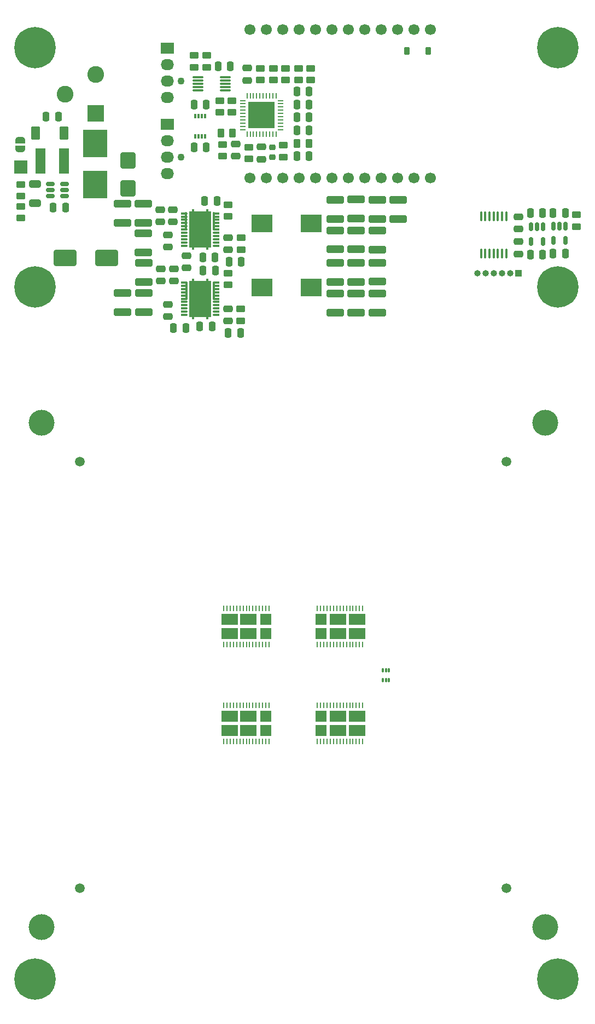
<source format=gts>
G04 #@! TF.GenerationSoftware,KiCad,Pcbnew,8.0.1-8.0.1-1~ubuntu22.04.1*
G04 #@! TF.CreationDate,2025-01-07T16:49:49+01:00*
G04 #@! TF.ProjectId,nerdqaxe+,6e657264-7161-4786-952b-2e6b69636164,rev?*
G04 #@! TF.SameCoordinates,Original*
G04 #@! TF.FileFunction,Soldermask,Top*
G04 #@! TF.FilePolarity,Negative*
%FSLAX46Y46*%
G04 Gerber Fmt 4.6, Leading zero omitted, Abs format (unit mm)*
G04 Created by KiCad (PCBNEW 8.0.1-8.0.1-1~ubuntu22.04.1) date 2025-01-07 16:49:49*
%MOMM*%
%LPD*%
G01*
G04 APERTURE LIST*
G04 Aperture macros list*
%AMRoundRect*
0 Rectangle with rounded corners*
0 $1 Rounding radius*
0 $2 $3 $4 $5 $6 $7 $8 $9 X,Y pos of 4 corners*
0 Add a 4 corners polygon primitive as box body*
4,1,4,$2,$3,$4,$5,$6,$7,$8,$9,$2,$3,0*
0 Add four circle primitives for the rounded corners*
1,1,$1+$1,$2,$3*
1,1,$1+$1,$4,$5*
1,1,$1+$1,$6,$7*
1,1,$1+$1,$8,$9*
0 Add four rect primitives between the rounded corners*
20,1,$1+$1,$2,$3,$4,$5,0*
20,1,$1+$1,$4,$5,$6,$7,0*
20,1,$1+$1,$6,$7,$8,$9,0*
20,1,$1+$1,$8,$9,$2,$3,0*%
%AMFreePoly0*
4,1,19,0.500000,-0.750000,0.000000,-0.750000,0.000000,-0.744911,-0.071157,-0.744911,-0.207708,-0.704816,-0.327430,-0.627875,-0.420627,-0.520320,-0.479746,-0.390866,-0.500000,-0.250000,-0.500000,0.250000,-0.479746,0.390866,-0.420627,0.520320,-0.327430,0.627875,-0.207708,0.704816,-0.071157,0.744911,0.000000,0.744911,0.000000,0.750000,0.500000,0.750000,0.500000,-0.750000,0.500000,-0.750000,
$1*%
%AMFreePoly1*
4,1,19,0.000000,0.744911,0.071157,0.744911,0.207708,0.704816,0.327430,0.627875,0.420627,0.520320,0.479746,0.390866,0.500000,0.250000,0.500000,-0.250000,0.479746,-0.390866,0.420627,-0.520320,0.327430,-0.627875,0.207708,-0.704816,0.071157,-0.744911,0.000000,-0.744911,0.000000,-0.750000,-0.500000,-0.750000,-0.500000,0.750000,0.000000,0.750000,0.000000,0.744911,0.000000,0.744911,
$1*%
G04 Aperture macros list end*
%ADD10RoundRect,0.250000X1.100000X-0.325000X1.100000X0.325000X-1.100000X0.325000X-1.100000X-0.325000X0*%
%ADD11C,1.500000*%
%ADD12RoundRect,0.250000X-0.450000X0.262500X-0.450000X-0.262500X0.450000X-0.262500X0.450000X0.262500X0*%
%ADD13RoundRect,0.250000X-0.250000X-0.475000X0.250000X-0.475000X0.250000X0.475000X-0.250000X0.475000X0*%
%ADD14RoundRect,0.250000X0.250000X0.475000X-0.250000X0.475000X-0.250000X-0.475000X0.250000X-0.475000X0*%
%ADD15RoundRect,0.250000X-0.650000X0.325000X-0.650000X-0.325000X0.650000X-0.325000X0.650000X0.325000X0*%
%ADD16RoundRect,0.125000X0.000010X-0.325000X0.000010X0.325000X-0.000010X0.325000X-0.000010X-0.325000X0*%
%ADD17R,0.250000X0.450000*%
%ADD18RoundRect,0.125000X-0.000010X0.325000X-0.000010X-0.325000X0.000010X-0.325000X0.000010X0.325000X0*%
%ADD19R,1.750000X1.750000*%
%ADD20R,2.500000X1.750000*%
%ADD21RoundRect,0.250000X-1.100000X0.325000X-1.100000X-0.325000X1.100000X-0.325000X1.100000X0.325000X0*%
%ADD22R,3.300000X2.800000*%
%ADD23C,0.800000*%
%ADD24C,6.400000*%
%ADD25RoundRect,0.050000X-0.100000X0.285000X-0.100000X-0.285000X0.100000X-0.285000X0.100000X0.285000X0*%
%ADD26RoundRect,0.250000X0.450000X-0.262500X0.450000X0.262500X-0.450000X0.262500X-0.450000X-0.262500X0*%
%ADD27RoundRect,0.062500X0.062500X-0.375000X0.062500X0.375000X-0.062500X0.375000X-0.062500X-0.375000X0*%
%ADD28RoundRect,0.062500X0.375000X-0.062500X0.375000X0.062500X-0.375000X0.062500X-0.375000X-0.062500X0*%
%ADD29R,4.150000X4.150000*%
%ADD30RoundRect,0.250000X0.475000X-0.250000X0.475000X0.250000X-0.475000X0.250000X-0.475000X-0.250000X0*%
%ADD31RoundRect,0.127000X0.373000X0.023000X-0.373000X0.023000X-0.373000X-0.023000X0.373000X-0.023000X0*%
%ADD32R,0.500000X0.300000*%
%ADD33RoundRect,0.127000X0.078000X1.273000X-0.078000X1.273000X-0.078000X-1.273000X0.078000X-1.273000X0*%
%ADD34RoundRect,0.127000X-0.373000X-0.023000X0.373000X-0.023000X0.373000X0.023000X-0.373000X0.023000X0*%
%ADD35R,0.410000X6.300000*%
%ADD36R,3.400000X5.639000*%
%ADD37C,4.000000*%
%ADD38C,1.700000*%
%ADD39RoundRect,0.250000X-0.900000X1.000000X-0.900000X-1.000000X0.900000X-1.000000X0.900000X1.000000X0*%
%ADD40RoundRect,0.100000X-0.100000X0.637500X-0.100000X-0.637500X0.100000X-0.637500X0.100000X0.637500X0*%
%ADD41RoundRect,0.250000X-0.475000X0.250000X-0.475000X-0.250000X0.475000X-0.250000X0.475000X0.250000X0*%
%ADD42RoundRect,0.150000X-0.150000X0.512500X-0.150000X-0.512500X0.150000X-0.512500X0.150000X0.512500X0*%
%ADD43R,1.000000X1.000000*%
%ADD44O,1.000000X1.000000*%
%ADD45C,1.100000*%
%ADD46R,2.030000X1.730000*%
%ADD47O,2.030000X1.730000*%
%ADD48RoundRect,0.250000X-0.262500X-0.450000X0.262500X-0.450000X0.262500X0.450000X-0.262500X0.450000X0*%
%ADD49RoundRect,0.250000X0.262500X0.450000X-0.262500X0.450000X-0.262500X-0.450000X0.262500X-0.450000X0*%
%ADD50RoundRect,0.250000X0.450000X0.800000X-0.450000X0.800000X-0.450000X-0.800000X0.450000X-0.800000X0*%
%ADD51RoundRect,0.250000X1.500000X1.000000X-1.500000X1.000000X-1.500000X-1.000000X1.500000X-1.000000X0*%
%ADD52RoundRect,0.150000X-0.512500X-0.150000X0.512500X-0.150000X0.512500X0.150000X-0.512500X0.150000X0*%
%ADD53R,1.500000X4.000000*%
%ADD54RoundRect,0.225000X-0.250000X0.225000X-0.250000X-0.225000X0.250000X-0.225000X0.250000X0.225000X0*%
%ADD55FreePoly0,90.000000*%
%ADD56FreePoly1,90.000000*%
%ADD57R,0.300000X0.800000*%
%ADD58R,2.000000X2.000000*%
%ADD59R,2.600000X2.600000*%
%ADD60C,2.600000*%
%ADD61RoundRect,0.087500X0.725000X0.087500X-0.725000X0.087500X-0.725000X-0.087500X0.725000X-0.087500X0*%
%ADD62RoundRect,0.225000X0.225000X0.375000X-0.225000X0.375000X-0.225000X-0.375000X0.225000X-0.375000X0*%
%ADD63R,3.810000X4.245000*%
G04 APERTURE END LIST*
D10*
X111200000Y-54500000D03*
X111200000Y-51550000D03*
D11*
X62000000Y-92000000D03*
D12*
X81600000Y-29237500D03*
X81600000Y-31062500D03*
D13*
X95550000Y-38800000D03*
X97450000Y-38800000D03*
D14*
X133626315Y-59976089D03*
X131726315Y-59976089D03*
D15*
X55000000Y-49125000D03*
X55000000Y-52075000D03*
D16*
X91250000Y-114700000D03*
D17*
X91250000Y-114475000D03*
D16*
X90750000Y-114700000D03*
D17*
X90750000Y-114475000D03*
D16*
X90250000Y-114700000D03*
D17*
X90250000Y-114475000D03*
D16*
X89750000Y-114700000D03*
D17*
X89750000Y-114475000D03*
D16*
X89250000Y-114700000D03*
D17*
X89250000Y-114475000D03*
D16*
X88750000Y-114700000D03*
D17*
X88750000Y-114475000D03*
D16*
X88250000Y-114700000D03*
D17*
X88250000Y-114475000D03*
D16*
X87750000Y-114700000D03*
D17*
X87750000Y-114475000D03*
D16*
X87250000Y-114700000D03*
D17*
X87250000Y-114475000D03*
D16*
X86750000Y-114700000D03*
D17*
X86750000Y-114475000D03*
D16*
X86250000Y-114700000D03*
D17*
X86250000Y-114475000D03*
D16*
X85750000Y-114700000D03*
D17*
X85750000Y-114475000D03*
D16*
X85250000Y-114700000D03*
D17*
X85250000Y-114475000D03*
D16*
X84750000Y-114700000D03*
D17*
X84750000Y-114475000D03*
D16*
X84250000Y-114700000D03*
D17*
X84250000Y-114475000D03*
X84250000Y-120527000D03*
D18*
X84250000Y-120302000D03*
D17*
X84750000Y-120527000D03*
D18*
X84750000Y-120302000D03*
D17*
X85250000Y-120527000D03*
D18*
X85250000Y-120302000D03*
D17*
X85750000Y-120527000D03*
D18*
X85750000Y-120302000D03*
D17*
X86250000Y-120527000D03*
D18*
X86250000Y-120302000D03*
D17*
X86750000Y-120527000D03*
D18*
X86750000Y-120302000D03*
D17*
X87250000Y-120527000D03*
D18*
X87250000Y-120302000D03*
D17*
X87750000Y-120527000D03*
D18*
X87750000Y-120302000D03*
D17*
X88250000Y-120527000D03*
D18*
X88250000Y-120302000D03*
D17*
X88750000Y-120527000D03*
D18*
X88750000Y-120302000D03*
D17*
X89250000Y-120527000D03*
D18*
X89250000Y-120302000D03*
D17*
X89750000Y-120527000D03*
D18*
X89750000Y-120302000D03*
D17*
X90250000Y-120527000D03*
D18*
X90250000Y-120302000D03*
D17*
X90750000Y-120527000D03*
D18*
X90750000Y-120302000D03*
D17*
X91250000Y-120527000D03*
D18*
X91250000Y-120302000D03*
D19*
X90725000Y-118575000D03*
X90725000Y-116425000D03*
D20*
X85150000Y-118575000D03*
X88050000Y-118575000D03*
X85150000Y-116425000D03*
X88050000Y-116425000D03*
D21*
X101500000Y-66025000D03*
X101500000Y-68975000D03*
D12*
X79700000Y-29237500D03*
X79700000Y-31062500D03*
X91900000Y-31197500D03*
X91900000Y-33022500D03*
D22*
X90180000Y-55200000D03*
X97790000Y-55200000D03*
D12*
X52862500Y-49156250D03*
X52862500Y-50981250D03*
X52862500Y-52556250D03*
X52862500Y-54381250D03*
D23*
X52600000Y-28000000D03*
X53302944Y-26302944D03*
X53302944Y-29697056D03*
X55000000Y-25600000D03*
D24*
X55000000Y-28000000D03*
D23*
X55000000Y-30400000D03*
X56697056Y-26302944D03*
X56697056Y-29697056D03*
X57400000Y-28000000D03*
D10*
X104750000Y-54450000D03*
X104750000Y-51500000D03*
D21*
X71900000Y-65975000D03*
X71900000Y-68925000D03*
D25*
X109840000Y-124280000D03*
X109340000Y-124280000D03*
X108840000Y-124280000D03*
X108840000Y-125760000D03*
X109340000Y-125760000D03*
X109840000Y-125760000D03*
D26*
X89900000Y-33012500D03*
X89900000Y-31187500D03*
D14*
X137126315Y-53556089D03*
X135226315Y-53556089D03*
D26*
X93493750Y-44912500D03*
X93493750Y-43087500D03*
D13*
X76450000Y-71400000D03*
X78350000Y-71400000D03*
D10*
X71900000Y-64275000D03*
X71900000Y-61325000D03*
D14*
X86850000Y-72100000D03*
X84950000Y-72100000D03*
D27*
X87843750Y-41375000D03*
X88343750Y-41375000D03*
X88843750Y-41375000D03*
X89343750Y-41375000D03*
X89843750Y-41375000D03*
X90343750Y-41375000D03*
X90843750Y-41375000D03*
X91343750Y-41375000D03*
X91843750Y-41375000D03*
X92343750Y-41375000D03*
D28*
X93031250Y-40687500D03*
X93031250Y-40187500D03*
X93031250Y-39687500D03*
X93031250Y-39187500D03*
X93031250Y-38687500D03*
X93031250Y-38187500D03*
X93031250Y-37687500D03*
X93031250Y-37187500D03*
X93031250Y-36687500D03*
X93031250Y-36187500D03*
D27*
X92343750Y-35500000D03*
X91843750Y-35500000D03*
X91343750Y-35500000D03*
X90843750Y-35500000D03*
X90343750Y-35500000D03*
X89843750Y-35500000D03*
X89343750Y-35500000D03*
X88843750Y-35500000D03*
X88343750Y-35500000D03*
X87843750Y-35500000D03*
D28*
X87156250Y-36187500D03*
X87156250Y-36687500D03*
X87156250Y-37187500D03*
X87156250Y-37687500D03*
X87156250Y-38187500D03*
X87156250Y-38687500D03*
X87156250Y-39187500D03*
X87156250Y-39687500D03*
X87156250Y-40187500D03*
X87156250Y-40687500D03*
D29*
X90093750Y-38437500D03*
D12*
X84900000Y-62887500D03*
X84900000Y-64712500D03*
D13*
X79637500Y-36800000D03*
X81537500Y-36800000D03*
D30*
X74400000Y-54950000D03*
X74400000Y-53050000D03*
D31*
X83050000Y-69337500D03*
D32*
X83300000Y-69337500D03*
D31*
X83050000Y-68837500D03*
D32*
X83300000Y-68837500D03*
D31*
X83050000Y-68337500D03*
D32*
X83300000Y-68337500D03*
D31*
X83050000Y-67837500D03*
D32*
X83300000Y-67837500D03*
D31*
X83050000Y-67337500D03*
D32*
X83300000Y-67337500D03*
D33*
X82750000Y-65587500D03*
D31*
X83050000Y-64337500D03*
X83050000Y-64837500D03*
X83050000Y-65337500D03*
X83050000Y-65837500D03*
X83050000Y-66337500D03*
X83050000Y-66837500D03*
D32*
X83300000Y-64337500D03*
X83300000Y-64837500D03*
X83300000Y-65337500D03*
X83300000Y-65837500D03*
X83300000Y-66337500D03*
X83300000Y-66837500D03*
X77900000Y-64337500D03*
X77900000Y-64837500D03*
X77900000Y-65337500D03*
X77900000Y-65837500D03*
X77900000Y-66337500D03*
X77900000Y-66837500D03*
D34*
X78150000Y-64337500D03*
X78150000Y-64837500D03*
X78150000Y-65337500D03*
X78150000Y-65837500D03*
X78150000Y-66337500D03*
X78150000Y-66837500D03*
D33*
X78450000Y-65587500D03*
D32*
X77900000Y-67337500D03*
D34*
X78150000Y-67337500D03*
D32*
X77900000Y-67837500D03*
D34*
X78150000Y-67837500D03*
D32*
X77900000Y-68337500D03*
D34*
X78150000Y-68337500D03*
D32*
X77900000Y-68837500D03*
D34*
X78150000Y-68837500D03*
D32*
X77900000Y-69337500D03*
D34*
X78150000Y-69337500D03*
D35*
X79475000Y-66837500D03*
D36*
X80600000Y-66837500D03*
D35*
X81725000Y-66837500D03*
D30*
X87900000Y-33050000D03*
X87900000Y-31150000D03*
D37*
X134000000Y-164000000D03*
D30*
X76500000Y-64100000D03*
X76500000Y-62200000D03*
D13*
X83350000Y-30850000D03*
X85250000Y-30850000D03*
D26*
X88093750Y-45212500D03*
X88093750Y-43387500D03*
D38*
X88310000Y-25250000D03*
X90850000Y-25250000D03*
X93390000Y-25250000D03*
X95930000Y-25250000D03*
X98470000Y-25250000D03*
X101010000Y-25250000D03*
X103550000Y-25250000D03*
X106090000Y-25250000D03*
X108630000Y-25250000D03*
X111170000Y-25250000D03*
X113710000Y-25250000D03*
X116250000Y-25250000D03*
X116250000Y-48170000D03*
X113710000Y-48170000D03*
X111170000Y-48170000D03*
X108630000Y-48170000D03*
X106090000Y-48170000D03*
X103550000Y-48170000D03*
X101010000Y-48170000D03*
X98470000Y-48170000D03*
X95930000Y-48170000D03*
X93390000Y-48170000D03*
X90850000Y-48170000D03*
X88310000Y-48170000D03*
D12*
X97700000Y-31187500D03*
X97700000Y-33012500D03*
D39*
X69400000Y-45450000D03*
X69400000Y-49750000D03*
D40*
X127980000Y-54077500D03*
X127330000Y-54077500D03*
X126680000Y-54077500D03*
X126030000Y-54077500D03*
X125380000Y-54077500D03*
X124730000Y-54077500D03*
X124080000Y-54077500D03*
X124080000Y-59802500D03*
X124730000Y-59802500D03*
X125380000Y-59802500D03*
X126030000Y-59802500D03*
X126680000Y-59802500D03*
X127330000Y-59802500D03*
X127980000Y-59802500D03*
D14*
X81537500Y-43400000D03*
X79637500Y-43400000D03*
D41*
X129860000Y-54130000D03*
X129860000Y-56030000D03*
D30*
X75600000Y-58850000D03*
X75600000Y-56950000D03*
D10*
X108000000Y-54500000D03*
X108000000Y-51550000D03*
D26*
X138880000Y-55670000D03*
X138880000Y-53845000D03*
D13*
X95550000Y-44800000D03*
X97450000Y-44800000D03*
D14*
X82900000Y-60437500D03*
X81000000Y-60437500D03*
D12*
X95800000Y-31187500D03*
X95800000Y-33012500D03*
D26*
X83600000Y-38012500D03*
X83600000Y-36187500D03*
D21*
X108000000Y-66000000D03*
X108000000Y-68950000D03*
D41*
X90080000Y-43350000D03*
X90080000Y-45250000D03*
X78500000Y-60150000D03*
X78500000Y-62050000D03*
D42*
X137176315Y-55576089D03*
X136226315Y-55576089D03*
X135276315Y-55576089D03*
X135276315Y-57851089D03*
X137176315Y-57851089D03*
D43*
X129875000Y-62900000D03*
D44*
X128605000Y-62900000D03*
X127335000Y-62900000D03*
X126065000Y-62900000D03*
X124795000Y-62900000D03*
X123525000Y-62900000D03*
D41*
X84950000Y-57350000D03*
X84950000Y-59250000D03*
D45*
X77660000Y-44980000D03*
D46*
X75500000Y-39900000D03*
D47*
X75500000Y-42440000D03*
X75500000Y-44980000D03*
X75500000Y-47520000D03*
D37*
X56000000Y-164000000D03*
D12*
X93800000Y-31207500D03*
X93800000Y-33032500D03*
D37*
X56000000Y-86000000D03*
D48*
X83787500Y-41200000D03*
X85612500Y-41200000D03*
D10*
X108000000Y-64200000D03*
X108000000Y-61250000D03*
D41*
X84900000Y-68387500D03*
X84900000Y-70287500D03*
D10*
X104750000Y-64225000D03*
X104750000Y-61275000D03*
X101500000Y-54475000D03*
X101500000Y-51525000D03*
D21*
X71800000Y-56725000D03*
X71800000Y-59675000D03*
D13*
X95550000Y-40800000D03*
X97450000Y-40800000D03*
X56750000Y-38700000D03*
X58650000Y-38700000D03*
D11*
X62000000Y-158000000D03*
D10*
X68550000Y-55075000D03*
X68550000Y-52125000D03*
D23*
X133600000Y-28000000D03*
X134302944Y-26302944D03*
X134302944Y-29697056D03*
X136000000Y-25600000D03*
D24*
X136000000Y-28000000D03*
D23*
X136000000Y-30400000D03*
X137697056Y-26302944D03*
X137697056Y-29697056D03*
X138400000Y-28000000D03*
D49*
X97412500Y-42800000D03*
X95587500Y-42800000D03*
D12*
X85500000Y-36187500D03*
X85500000Y-38012500D03*
D50*
X59500000Y-41200000D03*
X55100000Y-41200000D03*
D37*
X134000000Y-86000000D03*
D11*
X128000000Y-158000000D03*
D16*
X91250000Y-129700000D03*
D17*
X91250000Y-129475000D03*
D16*
X90750000Y-129700000D03*
D17*
X90750000Y-129475000D03*
D16*
X90250000Y-129700000D03*
D17*
X90250000Y-129475000D03*
D16*
X89750000Y-129700000D03*
D17*
X89750000Y-129475000D03*
D16*
X89250000Y-129700000D03*
D17*
X89250000Y-129475000D03*
D16*
X88750000Y-129700000D03*
D17*
X88750000Y-129475000D03*
D16*
X88250000Y-129700000D03*
D17*
X88250000Y-129475000D03*
D16*
X87750000Y-129700000D03*
D17*
X87750000Y-129475000D03*
D16*
X87250000Y-129700000D03*
D17*
X87250000Y-129475000D03*
D16*
X86750000Y-129700000D03*
D17*
X86750000Y-129475000D03*
D16*
X86250000Y-129700000D03*
D17*
X86250000Y-129475000D03*
D16*
X85750000Y-129700000D03*
D17*
X85750000Y-129475000D03*
D16*
X85250000Y-129700000D03*
D17*
X85250000Y-129475000D03*
D16*
X84750000Y-129700000D03*
D17*
X84750000Y-129475000D03*
D16*
X84250000Y-129700000D03*
D17*
X84250000Y-129475000D03*
X84250000Y-135527000D03*
D18*
X84250000Y-135302000D03*
D17*
X84750000Y-135527000D03*
D18*
X84750000Y-135302000D03*
D17*
X85250000Y-135527000D03*
D18*
X85250000Y-135302000D03*
D17*
X85750000Y-135527000D03*
D18*
X85750000Y-135302000D03*
D17*
X86250000Y-135527000D03*
D18*
X86250000Y-135302000D03*
D17*
X86750000Y-135527000D03*
D18*
X86750000Y-135302000D03*
D17*
X87250000Y-135527000D03*
D18*
X87250000Y-135302000D03*
D17*
X87750000Y-135527000D03*
D18*
X87750000Y-135302000D03*
D17*
X88250000Y-135527000D03*
D18*
X88250000Y-135302000D03*
D17*
X88750000Y-135527000D03*
D18*
X88750000Y-135302000D03*
D17*
X89250000Y-135527000D03*
D18*
X89250000Y-135302000D03*
D17*
X89750000Y-135527000D03*
D18*
X89750000Y-135302000D03*
D17*
X90250000Y-135527000D03*
D18*
X90250000Y-135302000D03*
D17*
X90750000Y-135527000D03*
D18*
X90750000Y-135302000D03*
D17*
X91250000Y-135527000D03*
D18*
X91250000Y-135302000D03*
D19*
X90725000Y-133575000D03*
X90725000Y-131425000D03*
D20*
X85150000Y-133575000D03*
X88050000Y-133575000D03*
X85150000Y-131425000D03*
X88050000Y-131425000D03*
D30*
X129840000Y-59920000D03*
X129840000Y-58020000D03*
D23*
X133600000Y-172000000D03*
X134302944Y-170302944D03*
X134302944Y-173697056D03*
X136000000Y-169600000D03*
D24*
X136000000Y-172000000D03*
D23*
X136000000Y-174400000D03*
X137697056Y-170302944D03*
X137697056Y-173697056D03*
X138400000Y-172000000D03*
D21*
X101500000Y-56250000D03*
X101500000Y-59200000D03*
D51*
X66150000Y-60550000D03*
X59650000Y-60550000D03*
D52*
X57362500Y-49050000D03*
X57362500Y-50000000D03*
X57362500Y-50950000D03*
X59637500Y-50950000D03*
X59637500Y-50000000D03*
X59637500Y-49050000D03*
D18*
X98750000Y-120300000D03*
D17*
X98750000Y-120525000D03*
D18*
X99250000Y-120300000D03*
D17*
X99250000Y-120525000D03*
D18*
X99750000Y-120300000D03*
D17*
X99750000Y-120525000D03*
D18*
X100250000Y-120300000D03*
D17*
X100250000Y-120525000D03*
D18*
X100750000Y-120300000D03*
D17*
X100750000Y-120525000D03*
D18*
X101250000Y-120300000D03*
D17*
X101250000Y-120525000D03*
D18*
X101750000Y-120300000D03*
D17*
X101750000Y-120525000D03*
D18*
X102250000Y-120300000D03*
D17*
X102250000Y-120525000D03*
D18*
X102750000Y-120300000D03*
D17*
X102750000Y-120525000D03*
D18*
X103250000Y-120300000D03*
D17*
X103250000Y-120525000D03*
D18*
X103750000Y-120300000D03*
D17*
X103750000Y-120525000D03*
D18*
X104250000Y-120300000D03*
D17*
X104250000Y-120525000D03*
D18*
X104750000Y-120300000D03*
D17*
X104750000Y-120525000D03*
D18*
X105250000Y-120300000D03*
D17*
X105250000Y-120525000D03*
D18*
X105750000Y-120300000D03*
D17*
X105750000Y-120525000D03*
X105750000Y-114473000D03*
D16*
X105750000Y-114698000D03*
D17*
X105250000Y-114473000D03*
D16*
X105250000Y-114698000D03*
D17*
X104750000Y-114473000D03*
D16*
X104750000Y-114698000D03*
D17*
X104250000Y-114473000D03*
D16*
X104250000Y-114698000D03*
D17*
X103750000Y-114473000D03*
D16*
X103750000Y-114698000D03*
D17*
X103250000Y-114473000D03*
D16*
X103250000Y-114698000D03*
D17*
X102750000Y-114473000D03*
D16*
X102750000Y-114698000D03*
D17*
X102250000Y-114473000D03*
D16*
X102250000Y-114698000D03*
D17*
X101750000Y-114473000D03*
D16*
X101750000Y-114698000D03*
D17*
X101250000Y-114473000D03*
D16*
X101250000Y-114698000D03*
D17*
X100750000Y-114473000D03*
D16*
X100750000Y-114698000D03*
D17*
X100250000Y-114473000D03*
D16*
X100250000Y-114698000D03*
D17*
X99750000Y-114473000D03*
D16*
X99750000Y-114698000D03*
D17*
X99250000Y-114473000D03*
D16*
X99250000Y-114698000D03*
D17*
X98750000Y-114473000D03*
D16*
X98750000Y-114698000D03*
D19*
X99275000Y-116425000D03*
X99275000Y-118575000D03*
D20*
X104850000Y-116425000D03*
X101950000Y-116425000D03*
X104850000Y-118575000D03*
X101950000Y-118575000D03*
D14*
X137126315Y-59856089D03*
X135226315Y-59856089D03*
D53*
X59500000Y-45500000D03*
X55900000Y-45500000D03*
D12*
X84950000Y-52287500D03*
X84950000Y-54112500D03*
D42*
X133676315Y-55696089D03*
X132726315Y-55696089D03*
X131776315Y-55696089D03*
X131776315Y-57971089D03*
X133676315Y-57971089D03*
D23*
X52600000Y-65000000D03*
X53302944Y-63302944D03*
X53302944Y-66697056D03*
X55000000Y-62600000D03*
D24*
X55000000Y-65000000D03*
D23*
X55000000Y-67400000D03*
X56697056Y-63302944D03*
X56697056Y-66697056D03*
X57400000Y-65000000D03*
D14*
X82425000Y-71137500D03*
X80525000Y-71137500D03*
X133626315Y-53576089D03*
X131726315Y-53576089D03*
D26*
X84100000Y-44812500D03*
X84100000Y-42987500D03*
D18*
X98750000Y-135300000D03*
D17*
X98750000Y-135525000D03*
D18*
X99250000Y-135300000D03*
D17*
X99250000Y-135525000D03*
D18*
X99750000Y-135300000D03*
D17*
X99750000Y-135525000D03*
D18*
X100250000Y-135300000D03*
D17*
X100250000Y-135525000D03*
D18*
X100750000Y-135300000D03*
D17*
X100750000Y-135525000D03*
D18*
X101250000Y-135300000D03*
D17*
X101250000Y-135525000D03*
D18*
X101750000Y-135300000D03*
D17*
X101750000Y-135525000D03*
D18*
X102250000Y-135300000D03*
D17*
X102250000Y-135525000D03*
D18*
X102750000Y-135300000D03*
D17*
X102750000Y-135525000D03*
D18*
X103250000Y-135300000D03*
D17*
X103250000Y-135525000D03*
D18*
X103750000Y-135300000D03*
D17*
X103750000Y-135525000D03*
D18*
X104250000Y-135300000D03*
D17*
X104250000Y-135525000D03*
D18*
X104750000Y-135300000D03*
D17*
X104750000Y-135525000D03*
D18*
X105250000Y-135300000D03*
D17*
X105250000Y-135525000D03*
D18*
X105750000Y-135300000D03*
D17*
X105750000Y-135525000D03*
X105750000Y-129473000D03*
D16*
X105750000Y-129698000D03*
D17*
X105250000Y-129473000D03*
D16*
X105250000Y-129698000D03*
D17*
X104750000Y-129473000D03*
D16*
X104750000Y-129698000D03*
D17*
X104250000Y-129473000D03*
D16*
X104250000Y-129698000D03*
D17*
X103750000Y-129473000D03*
D16*
X103750000Y-129698000D03*
D17*
X103250000Y-129473000D03*
D16*
X103250000Y-129698000D03*
D17*
X102750000Y-129473000D03*
D16*
X102750000Y-129698000D03*
D17*
X102250000Y-129473000D03*
D16*
X102250000Y-129698000D03*
D17*
X101750000Y-129473000D03*
D16*
X101750000Y-129698000D03*
D17*
X101250000Y-129473000D03*
D16*
X101250000Y-129698000D03*
D17*
X100750000Y-129473000D03*
D16*
X100750000Y-129698000D03*
D17*
X100250000Y-129473000D03*
D16*
X100250000Y-129698000D03*
D17*
X99750000Y-129473000D03*
D16*
X99750000Y-129698000D03*
D17*
X99250000Y-129473000D03*
D16*
X99250000Y-129698000D03*
D17*
X98750000Y-129473000D03*
D16*
X98750000Y-129698000D03*
D19*
X99275000Y-131425000D03*
X99275000Y-133575000D03*
D20*
X104850000Y-131425000D03*
X101950000Y-131425000D03*
X104850000Y-133575000D03*
X101950000Y-133575000D03*
D26*
X86900000Y-70250000D03*
X86900000Y-68425000D03*
D14*
X97450000Y-34800000D03*
X95550000Y-34800000D03*
D45*
X77660000Y-33180000D03*
D46*
X75500000Y-28100000D03*
D47*
X75500000Y-30640000D03*
X75500000Y-33180000D03*
X75500000Y-35720000D03*
D14*
X83200000Y-51737500D03*
X81300000Y-51737500D03*
D23*
X133600000Y-65000000D03*
X134302944Y-63302944D03*
X134302944Y-66697056D03*
X136000000Y-62600000D03*
D24*
X136000000Y-65000000D03*
D23*
X136000000Y-67400000D03*
X137697056Y-63302944D03*
X137697056Y-66697056D03*
X138400000Y-65000000D03*
D41*
X86100000Y-42900000D03*
X86100000Y-44800000D03*
D54*
X91793750Y-43425000D03*
X91793750Y-44975000D03*
D55*
X52700000Y-43650000D03*
D56*
X52700000Y-42350000D03*
D26*
X86950000Y-59212500D03*
X86950000Y-57387500D03*
D14*
X97450000Y-36800000D03*
X95550000Y-36800000D03*
D57*
X79837500Y-41700000D03*
X80337500Y-41700000D03*
X80837500Y-41700000D03*
X81337500Y-41700000D03*
X81337500Y-38600000D03*
X80837500Y-38600000D03*
X80337500Y-38600000D03*
X79837500Y-38600000D03*
D58*
X52850000Y-46500000D03*
D59*
X64400000Y-38200000D03*
D60*
X64400000Y-32200000D03*
X59700000Y-35200000D03*
D61*
X84500000Y-34600000D03*
X84500000Y-34100000D03*
X84500000Y-33600000D03*
X84500000Y-33100000D03*
X84500000Y-32600000D03*
X80275000Y-32600000D03*
X80275000Y-33100000D03*
X80275000Y-33600000D03*
X80275000Y-34100000D03*
X80275000Y-34600000D03*
D10*
X101500000Y-64225000D03*
X101500000Y-61275000D03*
D62*
X115900000Y-28530000D03*
X112600000Y-28530000D03*
D63*
X64300000Y-49187500D03*
X64300000Y-42812500D03*
D31*
X83025000Y-58637500D03*
D32*
X83275000Y-58637500D03*
D31*
X83025000Y-58137500D03*
D32*
X83275000Y-58137500D03*
D31*
X83025000Y-57637500D03*
D32*
X83275000Y-57637500D03*
D31*
X83025000Y-57137500D03*
D32*
X83275000Y-57137500D03*
D31*
X83025000Y-56637500D03*
D32*
X83275000Y-56637500D03*
D33*
X82725000Y-54887500D03*
D31*
X83025000Y-53637500D03*
X83025000Y-54137500D03*
X83025000Y-54637500D03*
X83025000Y-55137500D03*
X83025000Y-55637500D03*
X83025000Y-56137500D03*
D32*
X83275000Y-53637500D03*
X83275000Y-54137500D03*
X83275000Y-54637500D03*
X83275000Y-55137500D03*
X83275000Y-55637500D03*
X83275000Y-56137500D03*
X77875000Y-53637500D03*
X77875000Y-54137500D03*
X77875000Y-54637500D03*
X77875000Y-55137500D03*
X77875000Y-55637500D03*
X77875000Y-56137500D03*
D34*
X78125000Y-53637500D03*
X78125000Y-54137500D03*
X78125000Y-54637500D03*
X78125000Y-55137500D03*
X78125000Y-55637500D03*
X78125000Y-56137500D03*
D33*
X78425000Y-54887500D03*
D32*
X77875000Y-56637500D03*
D34*
X78125000Y-56637500D03*
D32*
X77875000Y-57137500D03*
D34*
X78125000Y-57137500D03*
D32*
X77875000Y-57637500D03*
D34*
X78125000Y-57637500D03*
D32*
X77875000Y-58137500D03*
D34*
X78125000Y-58137500D03*
D32*
X77875000Y-58637500D03*
D34*
X78125000Y-58637500D03*
D35*
X79450000Y-56137500D03*
D36*
X80575000Y-56137500D03*
D35*
X81700000Y-56137500D03*
D22*
X90180000Y-65100000D03*
X97790000Y-65100000D03*
D30*
X76400000Y-54950000D03*
X76400000Y-53050000D03*
D14*
X82925000Y-62437500D03*
X81025000Y-62437500D03*
X86950000Y-61100000D03*
X85050000Y-61100000D03*
D11*
X128000000Y-92000000D03*
D21*
X68600000Y-65925000D03*
X68600000Y-68875000D03*
X104750000Y-66025000D03*
X104750000Y-68975000D03*
D10*
X71800000Y-55075000D03*
X71800000Y-52125000D03*
D30*
X75600000Y-69587500D03*
X75600000Y-67687500D03*
D21*
X104750000Y-56250000D03*
X104750000Y-59200000D03*
D30*
X74500000Y-64100000D03*
X74500000Y-62200000D03*
D14*
X59750000Y-52700000D03*
X57850000Y-52700000D03*
D23*
X52600000Y-172000000D03*
X53302944Y-170302944D03*
X53302944Y-173697056D03*
X55000000Y-169600000D03*
D24*
X55000000Y-172000000D03*
D23*
X55000000Y-174400000D03*
X56697056Y-170302944D03*
X56697056Y-173697056D03*
X57400000Y-172000000D03*
D21*
X108000000Y-56300000D03*
X108000000Y-59250000D03*
M02*

</source>
